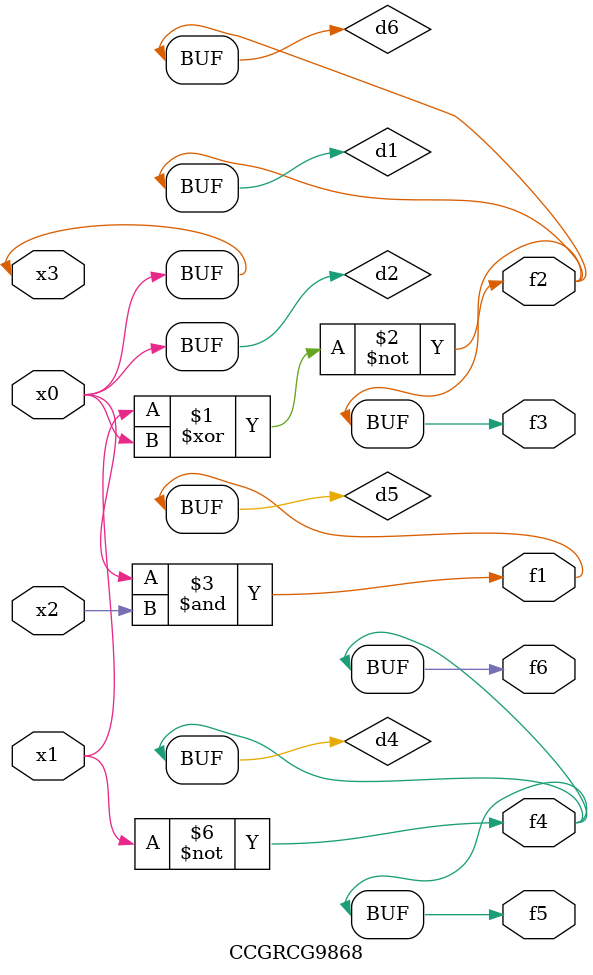
<source format=v>
module CCGRCG9868(
	input x0, x1, x2, x3,
	output f1, f2, f3, f4, f5, f6
);

	wire d1, d2, d3, d4, d5, d6;

	xnor (d1, x1, x3);
	buf (d2, x0, x3);
	nand (d3, x0, x2);
	not (d4, x1);
	nand (d5, d3);
	or (d6, d1);
	assign f1 = d5;
	assign f2 = d6;
	assign f3 = d6;
	assign f4 = d4;
	assign f5 = d4;
	assign f6 = d4;
endmodule

</source>
